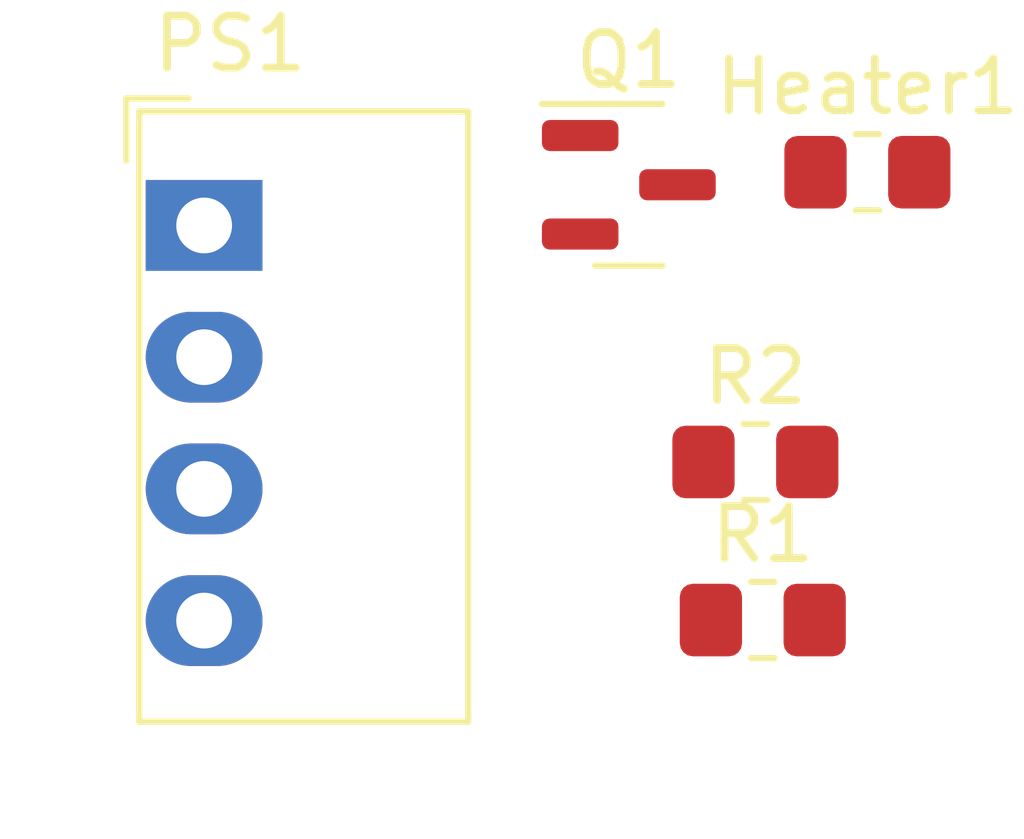
<source format=kicad_pcb>
(kicad_pcb (version 20211014) (generator pcbnew)
  (layers (0 "F.Cu" signal) (31 "B.Cu" signal) (34 "B.Paste" user) (35 "F.Paste" user) (36 "B.SilkS" user "B.Silkscreen") (37 "F.SilkS" user "F.Silkscreen") (38 "B.Mask" user) (39 "F.Mask" user) (44 "Edge.Cuts" user))
  (net 0 "")
  (net 1 "+5V")
  (net 2 "Net-(Heater1-Pad2)")
  (net 3 "GND")
  (net 4 "+3.3V")
  (net 5 "Net-(PS1-Pad4)")
  (net 6 "Net-(Q1-Pad1)")
  (footprint "Package_TO_SOT_SMD:SOT-23" (layer "F.Cu") (at 124.577 97.651)
    (fp_text reference "Q1" (at 0 -2.4) (layer "F.SilkS"))
    (fp_text value "DMN2058U")
    (fp_line (start 0 1.56) (end 0.65 1.56) (layer "F.SilkS") (width 0.12))
    (fp_line (start 0 1.56) (end -0.65 1.56) (layer "F.SilkS") (width 0.12))
    (fp_line (start 0 -1.56) (end -1.675 -1.56) (layer "F.SilkS") (width 0.12))
    (fp_line (start 0 -1.56) (end 0.65 -1.56) (layer "F.SilkS") (width 0.12))
    (pad "1" smd roundrect (at -0.9375 -0.95) (size 1.475 0.6) (layers "F.Cu" "F.Paste" "F.Mask") (net 6 "Net-(Q1-Pad1)"))
    (pad "2" smd roundrect (at -0.9375 0.95) (size 1.475 0.6) (layers "F.Cu" "F.Paste" "F.Mask") (net 3 "GND"))
    (pad "3" smd roundrect (at 0.9375 0) (size 1.475 0.6) (layers "F.Cu" "F.Paste" "F.Mask") (net 2 "Net-(Heater1-Pad2)"))
  )
  (footprint "Resistor_SMD:R_0805_2012Metric_Pad1.20x1.40mm_HandSolder" (layer "F.Cu") (at 127.159 106.045)
    (fp_text reference "R1" (at 0 -1.65) (layer "F.SilkS"))
    (fp_text value "100")
    (fp_line (start -0.227064 -0.735) (end 0.227064 -0.735) (layer "F.SilkS") (width 0.12))
    (fp_line (start -0.227064 0.735) (end 0.227064 0.735) (layer "F.SilkS") (width 0.12))
    (pad "1" smd roundrect (at -1 0) (size 1.2 1.4) (layers "F.Cu" "F.Paste" "F.Mask") (roundrect_rratio 0.208333) (net 5 "Net-(PS1-Pad4)"))
    (pad "2" smd roundrect (at 1 0) (size 1.2 1.4) (layers "F.Cu" "F.Paste" "F.Mask") (roundrect_rratio 0.208333) (net 6 "Net-(Q1-Pad1)"))
  )
  (footprint "Converter_DCDC:Converter_DCDC_Murata_MEE1SxxxxSC_THT" (layer "F.Cu") (at 116.392 98.436)
    (fp_text reference "PS1" (at 0.5 -3.5 180) (layer "F.SilkS"))
    (fp_text value "MEE1S0305SC")
    (fp_line (start 5.09 9.57) (end -1.25 9.57) (layer "F.SilkS") (width 0.12))
    (fp_line (start 5.09 -2.2) (end -1.25 -2.2) (layer "F.SilkS") (width 0.12))
    (fp_line (start 5.09 -2.2) (end 5.09 9.57) (layer "F.SilkS") (width 0.12))
    (fp_line (start -0.3 -2.45) (end -1.5 -2.45) (layer "F.SilkS") (width 0.12))
    (fp_line (start -1.25 -2.2) (end -1.25 9.57) (layer "F.SilkS") (width 0.12))
    (fp_line (start -1.5 -2.45) (end -1.5 -1.25) (layer "F.SilkS") (width 0.12))
    (pad "1" thru_hole rect (at 0 0 270) (size 1.75 2.25) (drill 1.075) (layers *.Cu *.Mask) (net 3 "GND"))
    (pad "2" thru_hole oval (at 0 2.54 270) (size 1.75 2.25) (drill 1.075) (layers *.Cu *.Mask) (net 4 "+3.3V"))
    (pad "3" thru_hole oval (at 0 5.08 270) (size 1.75 2.25) (drill 1.075) (layers *.Cu *.Mask) (net 3 "GND"))
    (pad "4" thru_hole oval (at 0 7.62 270) (size 1.75 2.25) (drill 1.075) (layers *.Cu *.Mask) (net 5 "Net-(PS1-Pad4)"))
  )
  (footprint "Resistor_SMD:R_0805_2012Metric_Pad1.20x1.40mm_HandSolder" (layer "F.Cu") (at 127.016 102.997)
    (fp_text reference "R2" (at 0 -1.65) (layer "F.SilkS"))
    (fp_text value "10k")
    (fp_line (start -0.227064 0.735) (end 0.227064 0.735) (layer "F.SilkS") (width 0.12))
    (fp_line (start -0.227064 -0.735) (end 0.227064 -0.735) (layer "F.SilkS") (width 0.12))
    (pad "1" smd roundrect (at -1 0) (size 1.2 1.4) (layers "F.Cu" "F.Paste" "F.Mask") (roundrect_rratio 0.208333) (net 6 "Net-(Q1-Pad1)"))
    (pad "2" smd roundrect (at 1 0) (size 1.2 1.4) (layers "F.Cu" "F.Paste" "F.Mask") (roundrect_rratio 0.208333) (net 3 "GND"))
  )
  (footprint "Resistor_SMD:R_0805_2012Metric_Pad1.20x1.40mm_HandSolder" (layer "F.Cu") (at 129.175 97.409)
    (fp_text reference "Heater1" (at 0 -1.65) (layer "F.SilkS"))
    (fp_text value "Heater")
    (fp_line (start -0.227064 0.735) (end 0.227064 0.735) (layer "F.SilkS") (width 0.12))
    (fp_line (start -0.227064 -0.735) (end 0.227064 -0.735) (layer "F.SilkS") (width 0.12))
    (pad "1" smd roundrect (at -1 0) (size 1.2 1.4) (layers "F.Cu" "F.Paste" "F.Mask") (roundrect_rratio 0.208333) (net 1 "+5V"))
    (pad "2" smd roundrect (at 1 0) (size 1.2 1.4) (layers "F.Cu" "F.Paste" "F.Mask") (roundrect_rratio 0.208333) (net 2 "Net-(Heater1-Pad2)"))
  )
)
</source>
